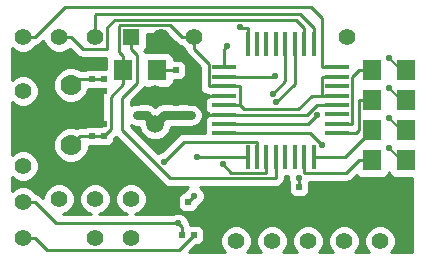
<source format=gbl>
G04 (created by PCBNEW-RS274X (2011-07-08)-stable) date Wed 23 Nov 2011 11:36:48 PM EST*
G01*
G70*
G90*
%MOIN*%
G04 Gerber Fmt 3.4, Leading zero omitted, Abs format*
%FSLAX34Y34*%
G04 APERTURE LIST*
%ADD10C,0.006000*%
%ADD11C,0.059100*%
%ADD12R,0.062900X0.070900*%
%ADD13C,0.070000*%
%ADD14R,0.070000X0.070000*%
%ADD15R,0.055000X0.055000*%
%ADD16C,0.055000*%
%ADD17R,0.019700X0.019700*%
%ADD18R,0.078700X0.017700*%
%ADD19R,0.017700X0.078700*%
%ADD20C,0.021000*%
%ADD21C,0.010000*%
%ADD22C,0.008000*%
%ADD23C,0.030000*%
G04 APERTURE END LIST*
G54D10*
G54D11*
X16300Y-28800D03*
X16300Y-29800D03*
G54D12*
X23541Y-31000D03*
X24659Y-31000D03*
X23541Y-30000D03*
X24659Y-30000D03*
X23541Y-29000D03*
X24659Y-29000D03*
X23541Y-28000D03*
X24659Y-28000D03*
X15241Y-28000D03*
X16359Y-28000D03*
G54D13*
X13500Y-28500D03*
G54D14*
X13500Y-29500D03*
G54D13*
X13500Y-30500D03*
G54D15*
X15500Y-26900D03*
G54D16*
X16500Y-26900D03*
G54D17*
X17601Y-33500D03*
X17199Y-33500D03*
X21101Y-31900D03*
X20699Y-31900D03*
X16999Y-28000D03*
X17401Y-28000D03*
X15700Y-29501D03*
X15700Y-29099D03*
X14200Y-30201D03*
X14200Y-29799D03*
X14600Y-30201D03*
X14600Y-29799D03*
X17500Y-29501D03*
X17500Y-29099D03*
X17000Y-29501D03*
X17000Y-29099D03*
X14600Y-28299D03*
X14600Y-28701D03*
X14200Y-28299D03*
X14200Y-28701D03*
G54D18*
X18604Y-27907D03*
X18604Y-28222D03*
X18604Y-28537D03*
X18604Y-28852D03*
X18604Y-29167D03*
X18604Y-29482D03*
X18604Y-29797D03*
X18604Y-30112D03*
X22370Y-30110D03*
X22370Y-27900D03*
X22370Y-28220D03*
X22370Y-28540D03*
X22370Y-28850D03*
X22370Y-29170D03*
X22370Y-29480D03*
X22370Y-29800D03*
G54D19*
X19388Y-30900D03*
X19702Y-30900D03*
X20018Y-30900D03*
X20332Y-30900D03*
X20648Y-30900D03*
X20962Y-30900D03*
X21278Y-30900D03*
X21592Y-30900D03*
X19390Y-27120D03*
X19700Y-27120D03*
X20020Y-27120D03*
X20330Y-27120D03*
X20640Y-27120D03*
X20960Y-27120D03*
X21280Y-27120D03*
X21600Y-27120D03*
G54D17*
X16999Y-32400D03*
X17401Y-32400D03*
G54D16*
X11900Y-32400D03*
X11900Y-33600D03*
X11900Y-29900D03*
X11900Y-31200D03*
X11900Y-28700D03*
X14300Y-33600D03*
X13100Y-32300D03*
X14300Y-32300D03*
X15500Y-33600D03*
X15500Y-32300D03*
X14300Y-26900D03*
X13100Y-26900D03*
X19000Y-33700D03*
X20200Y-33700D03*
X21400Y-33700D03*
X22600Y-33700D03*
X23800Y-33700D03*
X17600Y-26900D03*
X11900Y-26900D03*
X22700Y-26900D03*
G54D20*
X24100Y-28600D03*
X24101Y-29601D03*
X24101Y-30601D03*
X17082Y-33111D03*
X24101Y-27601D03*
X16612Y-31058D03*
X21100Y-31600D03*
X20300Y-28200D03*
X21859Y-30488D03*
X18570Y-31136D03*
X20231Y-28789D03*
X20330Y-29080D03*
X19136Y-26558D03*
X17600Y-32200D03*
X17709Y-30896D03*
X21704Y-29485D03*
X18700Y-27200D03*
G54D21*
X17500Y-29099D02*
X17611Y-29099D01*
X17611Y-29099D02*
X17722Y-29099D01*
X17611Y-28432D02*
X17401Y-28222D01*
X17611Y-29099D02*
X17611Y-28432D01*
X17401Y-28000D02*
X17401Y-28222D01*
X17401Y-28000D02*
X17401Y-27779D01*
X14050Y-29577D02*
X14200Y-29577D01*
X13973Y-29500D02*
X14050Y-29577D01*
X13500Y-29500D02*
X13973Y-29500D01*
X14200Y-29799D02*
X14200Y-29688D01*
X14200Y-29688D02*
X14200Y-29577D01*
X14268Y-29688D02*
X14379Y-29799D01*
X14200Y-29688D02*
X14268Y-29688D01*
X14600Y-29799D02*
X14379Y-29799D01*
X14600Y-28701D02*
X14378Y-28701D01*
X14200Y-28701D02*
X14200Y-29577D01*
X14200Y-28701D02*
X14378Y-28701D01*
X16522Y-26900D02*
X16500Y-26900D01*
X17401Y-27779D02*
X16522Y-26900D01*
X16001Y-29099D02*
X16300Y-28800D01*
X15700Y-29099D02*
X16001Y-29099D01*
X17500Y-29099D02*
X17000Y-29099D01*
X16599Y-29099D02*
X16300Y-28800D01*
X17000Y-29099D02*
X16599Y-29099D01*
X18604Y-28852D02*
X18088Y-28852D01*
X18088Y-29465D02*
X17782Y-29158D01*
X18088Y-29482D02*
X18088Y-29465D01*
X18088Y-28852D02*
X17782Y-29158D01*
X17782Y-29158D02*
X17722Y-29099D01*
X18604Y-29482D02*
X18088Y-29482D01*
X21384Y-29482D02*
X19121Y-29482D01*
X21696Y-29170D02*
X21384Y-29482D01*
X22370Y-29170D02*
X21696Y-29170D01*
X18604Y-29482D02*
X19121Y-29482D01*
X23104Y-30000D02*
X23104Y-29000D01*
X22994Y-30110D02*
X23104Y-30000D01*
X22370Y-30110D02*
X22994Y-30110D01*
X23541Y-29000D02*
X23104Y-29000D01*
G54D22*
X24500Y-29000D02*
X24659Y-29000D01*
X24100Y-28600D02*
X24500Y-29000D01*
G54D21*
X24101Y-29601D02*
X24100Y-29600D01*
G54D22*
X24500Y-30000D02*
X24659Y-30000D01*
X24101Y-29601D02*
X24500Y-30000D01*
X24100Y-29600D02*
X24101Y-29601D01*
G54D21*
X22641Y-30900D02*
X23541Y-30000D01*
X21592Y-30900D02*
X22641Y-30900D01*
G54D22*
X24500Y-31000D02*
X24101Y-30601D01*
X24659Y-31000D02*
X24500Y-31000D01*
G54D21*
X24100Y-30600D02*
X24101Y-30601D01*
G54D22*
X24100Y-30600D02*
X24101Y-30601D01*
G54D23*
X16022Y-29522D02*
X16022Y-29501D01*
X16300Y-29800D02*
X16022Y-29522D01*
X15700Y-29501D02*
X16022Y-29501D01*
X16599Y-29501D02*
X17000Y-29501D01*
X16300Y-29800D02*
X16599Y-29501D01*
X17000Y-29501D02*
X17500Y-29501D01*
G54D21*
X11900Y-32400D02*
X12298Y-32400D01*
X17199Y-33228D02*
X17082Y-33111D01*
X17199Y-33500D02*
X17199Y-33228D01*
X13009Y-33111D02*
X12298Y-32400D01*
X17082Y-33111D02*
X13009Y-33111D01*
X11900Y-33600D02*
X12298Y-33600D01*
X12298Y-33600D02*
X12696Y-33998D01*
X12696Y-33998D02*
X17103Y-33998D01*
X17103Y-33998D02*
X17601Y-33500D01*
X16999Y-28000D02*
X16359Y-28000D01*
G54D22*
X24500Y-28000D02*
X24101Y-27601D01*
X24659Y-28000D02*
X24500Y-28000D01*
G54D21*
X24100Y-27600D02*
X24101Y-27601D01*
G54D22*
X24100Y-27600D02*
X24101Y-27601D01*
G54D21*
X22687Y-31417D02*
X23104Y-31000D01*
X21278Y-31417D02*
X22687Y-31417D01*
X21278Y-30900D02*
X21278Y-31417D01*
X23541Y-31000D02*
X23104Y-31000D01*
X14300Y-26173D02*
X14300Y-26900D01*
X14345Y-26128D02*
X14300Y-26173D01*
X21124Y-26128D02*
X14345Y-26128D01*
X21600Y-26604D02*
X21124Y-26128D01*
X21600Y-27120D02*
X21600Y-26604D01*
X22887Y-28217D02*
X23104Y-28000D01*
X22887Y-29800D02*
X22887Y-28217D01*
X22370Y-29800D02*
X22887Y-29800D01*
X23541Y-28000D02*
X23104Y-28000D01*
X13288Y-25910D02*
X12298Y-26900D01*
X21489Y-25910D02*
X13288Y-25910D01*
X21854Y-26275D02*
X21489Y-25910D01*
X21854Y-27900D02*
X21854Y-26275D01*
X22370Y-27900D02*
X21854Y-27900D01*
X11900Y-26900D02*
X12298Y-26900D01*
X17286Y-30384D02*
X16612Y-31058D01*
X19702Y-30384D02*
X17286Y-30384D01*
X19702Y-30900D02*
X19702Y-30384D01*
X21101Y-31601D02*
X21101Y-31900D01*
X21100Y-31600D02*
X21101Y-31601D01*
X14600Y-28299D02*
X14200Y-28299D01*
X13701Y-28299D02*
X13500Y-28500D01*
X14200Y-28299D02*
X13701Y-28299D01*
X18604Y-28222D02*
X20278Y-28222D01*
X20278Y-28222D02*
X20300Y-28200D01*
X21483Y-30112D02*
X21859Y-30488D01*
X18604Y-30112D02*
X21483Y-30112D01*
X20018Y-30900D02*
X20018Y-31417D01*
X18851Y-31417D02*
X18570Y-31136D01*
X20018Y-31417D02*
X18851Y-31417D01*
X20640Y-28380D02*
X20231Y-28789D01*
X20640Y-27120D02*
X20640Y-28380D01*
X15500Y-26900D02*
X15500Y-27298D01*
X20332Y-31583D02*
X20332Y-30900D01*
X20304Y-31611D02*
X20332Y-31583D01*
X16804Y-31611D02*
X20304Y-31611D01*
X15197Y-30004D02*
X16804Y-31611D01*
X15197Y-28920D02*
X15197Y-30004D01*
X15692Y-28425D02*
X15197Y-28920D01*
X15692Y-27490D02*
X15692Y-28425D01*
X15500Y-27298D02*
X15692Y-27490D01*
X20960Y-28450D02*
X20330Y-29080D01*
X20960Y-27120D02*
X20960Y-28450D01*
X19182Y-26604D02*
X19136Y-26558D01*
X19390Y-26604D02*
X19182Y-26604D01*
X19390Y-27120D02*
X19390Y-26604D01*
X13896Y-27298D02*
X13498Y-26900D01*
X14692Y-27298D02*
X13896Y-27298D01*
X14719Y-27271D02*
X14692Y-27298D01*
X14719Y-26556D02*
X14719Y-27271D01*
X14955Y-26320D02*
X14719Y-26556D01*
X20996Y-26320D02*
X14955Y-26320D01*
X21280Y-26604D02*
X20996Y-26320D01*
X21280Y-27120D02*
X21280Y-26604D01*
X13100Y-26900D02*
X13498Y-26900D01*
X17401Y-32400D02*
X17401Y-32399D01*
X17401Y-32399D02*
X17600Y-32200D01*
X17713Y-30900D02*
X17709Y-30896D01*
X19388Y-30900D02*
X17713Y-30900D01*
X21392Y-29797D02*
X21704Y-29485D01*
X18604Y-29797D02*
X21392Y-29797D01*
X18604Y-27907D02*
X18604Y-27296D01*
X18604Y-27296D02*
X18700Y-27200D01*
X13799Y-30201D02*
X13500Y-30500D01*
X14200Y-30201D02*
X13799Y-30201D01*
X15241Y-28000D02*
X15241Y-28478D01*
X14200Y-30201D02*
X14422Y-30201D01*
X14822Y-29979D02*
X14600Y-30201D01*
X14822Y-28897D02*
X14822Y-29979D01*
X15241Y-28478D02*
X14822Y-28897D01*
X14600Y-30201D02*
X14422Y-30201D01*
X18088Y-27786D02*
X17600Y-27298D01*
X18088Y-28537D02*
X18088Y-27786D01*
X18604Y-28537D02*
X18088Y-28537D01*
X17600Y-27099D02*
X17600Y-27298D01*
X17600Y-27099D02*
X17600Y-26900D01*
X15101Y-27383D02*
X15241Y-27523D01*
X15101Y-26529D02*
X15101Y-27383D01*
X15129Y-26501D02*
X15101Y-26529D01*
X16803Y-26501D02*
X15129Y-26501D01*
X17202Y-26900D02*
X16803Y-26501D01*
X17600Y-26900D02*
X17202Y-26900D01*
X15241Y-28000D02*
X15241Y-27523D01*
X18604Y-28537D02*
X19121Y-28537D01*
X19121Y-29167D02*
X19121Y-28537D01*
X18604Y-29167D02*
X19121Y-29167D01*
X22370Y-28850D02*
X21854Y-28850D01*
X22370Y-28220D02*
X21854Y-28220D01*
X21854Y-28850D02*
X21854Y-28220D01*
X19262Y-29308D02*
X19121Y-29167D01*
X21081Y-29308D02*
X19262Y-29308D01*
X21539Y-28850D02*
X21081Y-29308D01*
X21854Y-28850D02*
X21539Y-28850D01*
X16024Y-26801D02*
X16679Y-26801D01*
X16024Y-26881D02*
X16759Y-26881D01*
X16024Y-26961D02*
X16839Y-26961D01*
X16024Y-27041D02*
X16919Y-27041D01*
X16024Y-27121D02*
X17004Y-27121D01*
X16024Y-27201D02*
X17159Y-27201D01*
X16001Y-27281D02*
X17239Y-27281D01*
X15959Y-27361D02*
X17313Y-27361D01*
X16820Y-27441D02*
X17342Y-27441D01*
X16890Y-27521D02*
X17399Y-27521D01*
X16922Y-27601D02*
X17479Y-27601D01*
X17214Y-27681D02*
X17559Y-27681D01*
X17308Y-27761D02*
X17639Y-27761D01*
X17341Y-27841D02*
X17719Y-27841D01*
X17346Y-27921D02*
X17788Y-27921D01*
X17346Y-28001D02*
X17788Y-28001D01*
X17346Y-28081D02*
X17788Y-28081D01*
X17341Y-28161D02*
X17788Y-28161D01*
X17306Y-28241D02*
X17788Y-28241D01*
X17209Y-28321D02*
X17788Y-28321D01*
X16922Y-28401D02*
X17788Y-28401D01*
X16890Y-28481D02*
X17788Y-28481D01*
X16818Y-28561D02*
X17793Y-28561D01*
X15900Y-28641D02*
X17809Y-28641D01*
X15820Y-28721D02*
X17858Y-28721D01*
X15740Y-28801D02*
X17954Y-28801D01*
X15660Y-28881D02*
X18057Y-28881D01*
X15580Y-28961D02*
X17990Y-28961D01*
X15500Y-29041D02*
X17962Y-29041D01*
X15497Y-29121D02*
X15598Y-29121D01*
X16124Y-29121D02*
X16496Y-29121D01*
X17602Y-29121D02*
X17962Y-29121D01*
X16279Y-29201D02*
X16341Y-29201D01*
X17757Y-29201D02*
X17962Y-29201D01*
X17825Y-29281D02*
X17962Y-29281D01*
X17872Y-29361D02*
X17986Y-29361D01*
X17888Y-29441D02*
X18045Y-29441D01*
X17897Y-29521D02*
X18047Y-29521D01*
X17881Y-29601D02*
X17986Y-29601D01*
X17852Y-29681D02*
X17962Y-29681D01*
X17799Y-29761D02*
X17962Y-29761D01*
X15497Y-29841D02*
X15503Y-29841D01*
X17698Y-29841D02*
X17962Y-29841D01*
X15538Y-29921D02*
X15762Y-29921D01*
X16839Y-29921D02*
X17962Y-29921D01*
X15618Y-30001D02*
X15795Y-30001D01*
X16806Y-30001D02*
X17962Y-30001D01*
X15698Y-30081D02*
X15828Y-30081D01*
X16773Y-30081D02*
X17962Y-30081D01*
X15778Y-30161D02*
X15892Y-30161D01*
X16708Y-30161D02*
X17090Y-30161D01*
X15858Y-30241D02*
X15972Y-30241D01*
X16628Y-30241D02*
X17005Y-30241D01*
X15938Y-30321D02*
X16137Y-30321D01*
X16464Y-30321D02*
X16925Y-30321D01*
X16018Y-30401D02*
X16845Y-30401D01*
X16098Y-30481D02*
X16765Y-30481D01*
X16178Y-30561D02*
X16685Y-30561D01*
X16258Y-30641D02*
X16605Y-30641D01*
X16338Y-30721D02*
X16501Y-30721D01*
X12587Y-27034D02*
X12587Y-27034D01*
X12508Y-27114D02*
X12621Y-27114D01*
X12347Y-27194D02*
X12654Y-27194D01*
X11525Y-27274D02*
X11532Y-27274D01*
X12269Y-27274D02*
X12732Y-27274D01*
X11525Y-27354D02*
X11624Y-27354D01*
X12176Y-27354D02*
X12824Y-27354D01*
X13376Y-27354D02*
X13527Y-27354D01*
X11525Y-27434D02*
X13607Y-27434D01*
X11525Y-27514D02*
X13690Y-27514D01*
X11525Y-27594D02*
X13880Y-27594D01*
X11525Y-27674D02*
X14678Y-27674D01*
X11525Y-27754D02*
X14678Y-27754D01*
X11525Y-27834D02*
X14678Y-27834D01*
X11525Y-27914D02*
X13349Y-27914D01*
X13650Y-27914D02*
X14678Y-27914D01*
X11525Y-27994D02*
X13159Y-27994D01*
X13841Y-27994D02*
X13957Y-27994D01*
X11525Y-28074D02*
X13079Y-28074D01*
X11525Y-28154D02*
X12999Y-28154D01*
X11525Y-28234D02*
X11653Y-28234D01*
X12147Y-28234D02*
X12961Y-28234D01*
X11525Y-28314D02*
X11543Y-28314D01*
X12256Y-28314D02*
X12928Y-28314D01*
X12336Y-28394D02*
X12901Y-28394D01*
X12374Y-28474D02*
X12901Y-28474D01*
X12407Y-28554D02*
X12901Y-28554D01*
X12425Y-28634D02*
X12908Y-28634D01*
X14376Y-28634D02*
X14424Y-28634D01*
X12425Y-28714D02*
X12941Y-28714D01*
X14060Y-28714D02*
X14590Y-28714D01*
X12425Y-28794D02*
X12974Y-28794D01*
X14027Y-28794D02*
X14542Y-28794D01*
X12397Y-28874D02*
X13027Y-28874D01*
X13973Y-28874D02*
X14526Y-28874D01*
X12364Y-28954D02*
X13107Y-28954D01*
X13893Y-28954D02*
X14522Y-28954D01*
X12309Y-29034D02*
X13224Y-29034D01*
X13777Y-29034D02*
X14522Y-29034D01*
X11525Y-29114D02*
X11572Y-29114D01*
X12229Y-29114D02*
X14522Y-29114D01*
X11525Y-29194D02*
X11721Y-29194D01*
X12079Y-29194D02*
X14522Y-29194D01*
X11525Y-29274D02*
X14522Y-29274D01*
X11525Y-29354D02*
X14522Y-29354D01*
X11525Y-29434D02*
X14522Y-29434D01*
X11525Y-29514D02*
X14522Y-29514D01*
X11525Y-29594D02*
X14522Y-29594D01*
X11525Y-29674D02*
X14522Y-29674D01*
X11525Y-29754D02*
X14522Y-29754D01*
X11525Y-29834D02*
X14522Y-29834D01*
X11525Y-29914D02*
X13349Y-29914D01*
X13650Y-29914D02*
X13734Y-29914D01*
X11525Y-29994D02*
X13159Y-29994D01*
X11525Y-30074D02*
X13079Y-30074D01*
X11525Y-30154D02*
X12999Y-30154D01*
X11525Y-30234D02*
X12961Y-30234D01*
X14991Y-30234D02*
X15002Y-30234D01*
X11525Y-30314D02*
X12928Y-30314D01*
X14947Y-30314D02*
X15082Y-30314D01*
X11525Y-30394D02*
X12901Y-30394D01*
X14929Y-30394D02*
X15162Y-30394D01*
X11525Y-30474D02*
X12901Y-30474D01*
X14875Y-30474D02*
X15242Y-30474D01*
X11525Y-30554D02*
X12901Y-30554D01*
X14099Y-30554D02*
X15322Y-30554D01*
X11525Y-30634D02*
X12908Y-30634D01*
X14093Y-30634D02*
X15402Y-30634D01*
X11525Y-30714D02*
X11701Y-30714D01*
X12099Y-30714D02*
X12941Y-30714D01*
X14060Y-30714D02*
X15482Y-30714D01*
X11525Y-30794D02*
X11563Y-30794D01*
X12236Y-30794D02*
X12974Y-30794D01*
X14027Y-30794D02*
X15562Y-30794D01*
X12316Y-30874D02*
X13027Y-30874D01*
X13973Y-30874D02*
X15642Y-30874D01*
X12366Y-30954D02*
X13107Y-30954D01*
X13893Y-30954D02*
X15722Y-30954D01*
X12399Y-31034D02*
X13224Y-31034D01*
X13777Y-31034D02*
X15802Y-31034D01*
X12425Y-31114D02*
X15882Y-31114D01*
X12425Y-31194D02*
X15962Y-31194D01*
X12425Y-31274D02*
X16042Y-31274D01*
X12405Y-31354D02*
X16122Y-31354D01*
X12372Y-31434D02*
X16202Y-31434D01*
X24092Y-31434D02*
X24109Y-31434D01*
X12329Y-31514D02*
X16282Y-31514D01*
X23014Y-31514D02*
X23035Y-31514D01*
X24047Y-31514D02*
X24153Y-31514D01*
X11525Y-31594D02*
X11552Y-31594D01*
X12249Y-31594D02*
X16362Y-31594D01*
X20629Y-31594D02*
X20746Y-31594D01*
X22934Y-31594D02*
X23156Y-31594D01*
X23926Y-31594D02*
X24274Y-31594D01*
X11525Y-31674D02*
X11672Y-31674D01*
X12128Y-31674D02*
X16442Y-31674D01*
X20614Y-31674D02*
X20748Y-31674D01*
X22832Y-31674D02*
X24875Y-31674D01*
X11525Y-31754D02*
X16522Y-31754D01*
X20572Y-31754D02*
X20754Y-31754D01*
X21448Y-31754D02*
X24875Y-31754D01*
X11525Y-31834D02*
X12853Y-31834D01*
X13347Y-31834D02*
X14053Y-31834D01*
X14547Y-31834D02*
X15253Y-31834D01*
X15747Y-31834D02*
X16609Y-31834D01*
X20500Y-31834D02*
X20754Y-31834D01*
X21448Y-31834D02*
X24875Y-31834D01*
X11525Y-31914D02*
X11701Y-31914D01*
X12099Y-31914D02*
X12743Y-31914D01*
X13456Y-31914D02*
X13943Y-31914D01*
X14656Y-31914D02*
X15143Y-31914D01*
X15856Y-31914D02*
X17385Y-31914D01*
X17814Y-31914D02*
X20754Y-31914D01*
X21448Y-31914D02*
X24875Y-31914D01*
X11525Y-31994D02*
X11563Y-31994D01*
X12236Y-31994D02*
X12663Y-31994D01*
X13536Y-31994D02*
X13863Y-31994D01*
X14736Y-31994D02*
X15063Y-31994D01*
X15936Y-31994D02*
X17305Y-31994D01*
X17894Y-31994D02*
X20754Y-31994D01*
X21448Y-31994D02*
X24875Y-31994D01*
X12316Y-32074D02*
X12625Y-32074D01*
X13574Y-32074D02*
X13825Y-32074D01*
X14774Y-32074D02*
X15025Y-32074D01*
X15974Y-32074D02*
X17203Y-32074D01*
X17930Y-32074D02*
X20766Y-32074D01*
X21438Y-32074D02*
X24875Y-32074D01*
X12459Y-32154D02*
X12591Y-32154D01*
X13607Y-32154D02*
X13791Y-32154D01*
X14807Y-32154D02*
X14991Y-32154D01*
X16007Y-32154D02*
X17099Y-32154D01*
X17954Y-32154D02*
X20807Y-32154D01*
X21395Y-32154D02*
X24875Y-32154D01*
X12556Y-32234D02*
X12575Y-32234D01*
X13625Y-32234D02*
X13775Y-32234D01*
X14825Y-32234D02*
X14975Y-32234D01*
X16025Y-32234D02*
X17061Y-32234D01*
X17954Y-32234D02*
X20922Y-32234D01*
X21280Y-32234D02*
X24875Y-32234D01*
X13625Y-32314D02*
X13775Y-32314D01*
X14825Y-32314D02*
X14975Y-32314D01*
X16025Y-32314D02*
X17054Y-32314D01*
X17937Y-32314D02*
X24875Y-32314D01*
X13625Y-32394D02*
X13775Y-32394D01*
X14825Y-32394D02*
X14975Y-32394D01*
X16025Y-32394D02*
X17054Y-32394D01*
X17903Y-32394D02*
X24875Y-32394D01*
X13597Y-32474D02*
X13805Y-32474D01*
X14797Y-32474D02*
X15005Y-32474D01*
X15997Y-32474D02*
X17054Y-32474D01*
X17827Y-32474D02*
X24875Y-32474D01*
X13564Y-32554D02*
X13838Y-32554D01*
X14764Y-32554D02*
X15038Y-32554D01*
X15964Y-32554D02*
X17057Y-32554D01*
X17746Y-32554D02*
X24875Y-32554D01*
X13509Y-32634D02*
X13892Y-32634D01*
X14709Y-32634D02*
X15092Y-32634D01*
X15909Y-32634D02*
X17090Y-32634D01*
X17713Y-32634D02*
X24875Y-32634D01*
X13429Y-32714D02*
X13972Y-32714D01*
X14629Y-32714D02*
X15172Y-32714D01*
X15829Y-32714D02*
X17174Y-32714D01*
X17628Y-32714D02*
X24875Y-32714D01*
X13279Y-32794D02*
X14121Y-32794D01*
X14479Y-32794D02*
X15321Y-32794D01*
X15679Y-32794D02*
X16922Y-32794D01*
X17242Y-32794D02*
X24875Y-32794D01*
X17345Y-32874D02*
X24875Y-32874D01*
X17399Y-32954D02*
X24875Y-32954D01*
X17433Y-33034D02*
X24875Y-33034D01*
X17476Y-33114D02*
X24875Y-33114D01*
X17843Y-33194D02*
X18850Y-33194D01*
X19150Y-33194D02*
X20050Y-33194D01*
X20350Y-33194D02*
X21250Y-33194D01*
X21550Y-33194D02*
X22450Y-33194D01*
X22750Y-33194D02*
X23650Y-33194D01*
X23950Y-33194D02*
X24875Y-33194D01*
X17915Y-33274D02*
X18683Y-33274D01*
X19316Y-33274D02*
X19883Y-33274D01*
X20516Y-33274D02*
X21083Y-33274D01*
X21716Y-33274D02*
X22283Y-33274D01*
X22916Y-33274D02*
X23483Y-33274D01*
X24116Y-33274D02*
X24875Y-33274D01*
X17948Y-33354D02*
X18603Y-33354D01*
X19396Y-33354D02*
X19803Y-33354D01*
X20596Y-33354D02*
X21003Y-33354D01*
X21796Y-33354D02*
X22203Y-33354D01*
X22996Y-33354D02*
X23403Y-33354D01*
X24196Y-33354D02*
X24875Y-33354D01*
X17948Y-33434D02*
X18541Y-33434D01*
X19457Y-33434D02*
X19741Y-33434D01*
X20657Y-33434D02*
X20941Y-33434D01*
X21857Y-33434D02*
X22141Y-33434D01*
X23057Y-33434D02*
X23341Y-33434D01*
X24257Y-33434D02*
X24875Y-33434D01*
X17948Y-33514D02*
X18508Y-33514D01*
X19491Y-33514D02*
X19708Y-33514D01*
X20691Y-33514D02*
X20908Y-33514D01*
X21891Y-33514D02*
X22108Y-33514D01*
X23091Y-33514D02*
X23308Y-33514D01*
X24291Y-33514D02*
X24875Y-33514D01*
X17948Y-33594D02*
X18475Y-33594D01*
X19524Y-33594D02*
X19675Y-33594D01*
X20724Y-33594D02*
X20875Y-33594D01*
X21924Y-33594D02*
X22075Y-33594D01*
X23124Y-33594D02*
X23275Y-33594D01*
X24324Y-33594D02*
X24875Y-33594D01*
X17938Y-33674D02*
X18475Y-33674D01*
X19525Y-33674D02*
X19675Y-33674D01*
X20725Y-33674D02*
X20875Y-33674D01*
X21925Y-33674D02*
X22075Y-33674D01*
X23125Y-33674D02*
X23275Y-33674D01*
X24325Y-33674D02*
X24875Y-33674D01*
X17895Y-33754D02*
X18475Y-33754D01*
X19525Y-33754D02*
X19675Y-33754D01*
X20725Y-33754D02*
X20875Y-33754D01*
X21925Y-33754D02*
X22075Y-33754D01*
X23125Y-33754D02*
X23275Y-33754D01*
X24325Y-33754D02*
X24875Y-33754D01*
X17780Y-33834D02*
X18488Y-33834D01*
X19513Y-33834D02*
X19688Y-33834D01*
X20713Y-33834D02*
X20888Y-33834D01*
X21913Y-33834D02*
X22088Y-33834D01*
X23113Y-33834D02*
X23288Y-33834D01*
X24313Y-33834D02*
X24875Y-33834D01*
X17611Y-33914D02*
X18521Y-33914D01*
X19480Y-33914D02*
X19721Y-33914D01*
X20680Y-33914D02*
X20921Y-33914D01*
X21880Y-33914D02*
X22121Y-33914D01*
X23080Y-33914D02*
X23321Y-33914D01*
X24280Y-33914D02*
X24875Y-33914D01*
X17531Y-33994D02*
X18554Y-33994D01*
X19447Y-33994D02*
X19754Y-33994D01*
X20647Y-33994D02*
X20954Y-33994D01*
X21847Y-33994D02*
X22154Y-33994D01*
X23047Y-33994D02*
X23354Y-33994D01*
X24247Y-33994D02*
X24875Y-33994D01*
X17451Y-34074D02*
X18632Y-34074D01*
X19369Y-34074D02*
X19832Y-34074D01*
X20569Y-34074D02*
X21032Y-34074D01*
X21769Y-34074D02*
X22232Y-34074D01*
X22969Y-34074D02*
X23432Y-34074D01*
X24169Y-34074D02*
X24875Y-34074D01*
X18108Y-29482D02*
X18070Y-29498D01*
X18000Y-29568D01*
X17962Y-29659D01*
X17962Y-29758D01*
X17962Y-29934D01*
X17970Y-29954D01*
X17962Y-29974D01*
X17962Y-30073D01*
X17962Y-30084D01*
X17286Y-30084D01*
X17171Y-30107D01*
X17074Y-30172D01*
X16542Y-30704D01*
X16412Y-30758D01*
X16393Y-30776D01*
X15497Y-29879D01*
X15497Y-29837D01*
X15547Y-29871D01*
X15700Y-29901D01*
X15756Y-29901D01*
X15756Y-29908D01*
X15839Y-30108D01*
X15992Y-30261D01*
X16192Y-30344D01*
X16408Y-30344D01*
X16608Y-30261D01*
X16761Y-30108D01*
X16844Y-29908D01*
X16844Y-29901D01*
X17000Y-29901D01*
X17500Y-29901D01*
X17653Y-29871D01*
X17783Y-29784D01*
X17870Y-29654D01*
X17900Y-29501D01*
X17870Y-29348D01*
X17783Y-29218D01*
X17653Y-29131D01*
X17500Y-29101D01*
X17000Y-29101D01*
X16599Y-29101D01*
X16598Y-29101D01*
X16568Y-29107D01*
X16446Y-29131D01*
X16316Y-29218D01*
X16313Y-29221D01*
X16309Y-29225D01*
X16305Y-29218D01*
X16175Y-29131D01*
X16022Y-29101D01*
X15700Y-29101D01*
X15547Y-29131D01*
X15497Y-29164D01*
X15497Y-29044D01*
X15904Y-28637D01*
X15941Y-28580D01*
X15995Y-28603D01*
X16094Y-28603D01*
X16722Y-28603D01*
X16814Y-28565D01*
X16884Y-28495D01*
X16922Y-28404D01*
X16922Y-28347D01*
X16950Y-28347D01*
X17146Y-28347D01*
X17238Y-28309D01*
X17308Y-28239D01*
X17346Y-28148D01*
X17346Y-28049D01*
X17346Y-27853D01*
X17308Y-27761D01*
X17238Y-27691D01*
X17147Y-27653D01*
X17048Y-27653D01*
X16922Y-27653D01*
X16922Y-27597D01*
X16884Y-27505D01*
X16814Y-27435D01*
X16723Y-27397D01*
X16624Y-27397D01*
X15996Y-27397D01*
X15975Y-27405D01*
X15969Y-27375D01*
X15952Y-27349D01*
X15986Y-27316D01*
X16024Y-27225D01*
X16024Y-27126D01*
X16024Y-26801D01*
X16679Y-26801D01*
X16990Y-27112D01*
X17087Y-27177D01*
X17152Y-27190D01*
X17155Y-27197D01*
X17302Y-27345D01*
X17310Y-27348D01*
X17323Y-27413D01*
X17388Y-27510D01*
X17788Y-27910D01*
X17788Y-28537D01*
X17811Y-28652D01*
X17876Y-28749D01*
X17973Y-28814D01*
X18066Y-28832D01*
X18070Y-28836D01*
X18108Y-28852D01*
X18070Y-28868D01*
X18000Y-28938D01*
X17962Y-29029D01*
X17962Y-29128D01*
X17962Y-29304D01*
X18000Y-29396D01*
X18070Y-29466D01*
X18108Y-29482D01*
X16024Y-26801D02*
X16679Y-26801D01*
X16024Y-26881D02*
X16759Y-26881D01*
X16024Y-26961D02*
X16839Y-26961D01*
X16024Y-27041D02*
X16919Y-27041D01*
X16024Y-27121D02*
X17004Y-27121D01*
X16024Y-27201D02*
X17159Y-27201D01*
X16001Y-27281D02*
X17239Y-27281D01*
X15959Y-27361D02*
X17313Y-27361D01*
X16820Y-27441D02*
X17342Y-27441D01*
X16890Y-27521D02*
X17399Y-27521D01*
X16922Y-27601D02*
X17479Y-27601D01*
X17214Y-27681D02*
X17559Y-27681D01*
X17308Y-27761D02*
X17639Y-27761D01*
X17341Y-27841D02*
X17719Y-27841D01*
X17346Y-27921D02*
X17788Y-27921D01*
X17346Y-28001D02*
X17788Y-28001D01*
X17346Y-28081D02*
X17788Y-28081D01*
X17341Y-28161D02*
X17788Y-28161D01*
X17306Y-28241D02*
X17788Y-28241D01*
X17209Y-28321D02*
X17788Y-28321D01*
X16922Y-28401D02*
X17788Y-28401D01*
X16890Y-28481D02*
X17788Y-28481D01*
X16818Y-28561D02*
X17793Y-28561D01*
X15900Y-28641D02*
X17809Y-28641D01*
X15820Y-28721D02*
X17858Y-28721D01*
X15740Y-28801D02*
X17954Y-28801D01*
X15660Y-28881D02*
X18057Y-28881D01*
X15580Y-28961D02*
X17990Y-28961D01*
X15500Y-29041D02*
X17962Y-29041D01*
X15497Y-29121D02*
X15598Y-29121D01*
X16124Y-29121D02*
X16496Y-29121D01*
X17602Y-29121D02*
X17962Y-29121D01*
X16279Y-29201D02*
X16341Y-29201D01*
X17757Y-29201D02*
X17962Y-29201D01*
X17825Y-29281D02*
X17962Y-29281D01*
X17872Y-29361D02*
X17986Y-29361D01*
X17888Y-29441D02*
X18045Y-29441D01*
X17897Y-29521D02*
X18047Y-29521D01*
X17881Y-29601D02*
X17986Y-29601D01*
X17852Y-29681D02*
X17962Y-29681D01*
X17799Y-29761D02*
X17962Y-29761D01*
X15497Y-29841D02*
X15503Y-29841D01*
X17698Y-29841D02*
X17962Y-29841D01*
X15538Y-29921D02*
X15762Y-29921D01*
X16839Y-29921D02*
X17962Y-29921D01*
X15618Y-30001D02*
X15795Y-30001D01*
X16806Y-30001D02*
X17962Y-30001D01*
X15698Y-30081D02*
X15828Y-30081D01*
X16773Y-30081D02*
X17962Y-30081D01*
X15778Y-30161D02*
X15892Y-30161D01*
X16708Y-30161D02*
X17090Y-30161D01*
X15858Y-30241D02*
X15972Y-30241D01*
X16628Y-30241D02*
X17005Y-30241D01*
X15938Y-30321D02*
X16137Y-30321D01*
X16464Y-30321D02*
X16925Y-30321D01*
X16018Y-30401D02*
X16845Y-30401D01*
X16098Y-30481D02*
X16765Y-30481D01*
X16178Y-30561D02*
X16685Y-30561D01*
X16258Y-30641D02*
X16605Y-30641D01*
X16338Y-30721D02*
X16501Y-30721D01*
X12587Y-27034D02*
X12587Y-27034D01*
X12508Y-27114D02*
X12621Y-27114D01*
X12347Y-27194D02*
X12654Y-27194D01*
X11525Y-27274D02*
X11532Y-27274D01*
X12269Y-27274D02*
X12732Y-27274D01*
X11525Y-27354D02*
X11624Y-27354D01*
X12176Y-27354D02*
X12824Y-27354D01*
X13376Y-27354D02*
X13527Y-27354D01*
X11525Y-27434D02*
X13607Y-27434D01*
X11525Y-27514D02*
X13690Y-27514D01*
X11525Y-27594D02*
X13880Y-27594D01*
X11525Y-27674D02*
X14678Y-27674D01*
X11525Y-27754D02*
X14678Y-27754D01*
X11525Y-27834D02*
X14678Y-27834D01*
X11525Y-27914D02*
X13349Y-27914D01*
X13650Y-27914D02*
X14678Y-27914D01*
X11525Y-27994D02*
X13159Y-27994D01*
X13841Y-27994D02*
X13957Y-27994D01*
X11525Y-28074D02*
X13079Y-28074D01*
X11525Y-28154D02*
X12999Y-28154D01*
X11525Y-28234D02*
X11653Y-28234D01*
X12147Y-28234D02*
X12961Y-28234D01*
X11525Y-28314D02*
X11543Y-28314D01*
X12256Y-28314D02*
X12928Y-28314D01*
X12336Y-28394D02*
X12901Y-28394D01*
X12374Y-28474D02*
X12901Y-28474D01*
X12407Y-28554D02*
X12901Y-28554D01*
X12425Y-28634D02*
X12908Y-28634D01*
X14376Y-28634D02*
X14424Y-28634D01*
X12425Y-28714D02*
X12941Y-28714D01*
X14060Y-28714D02*
X14590Y-28714D01*
X12425Y-28794D02*
X12974Y-28794D01*
X14027Y-28794D02*
X14542Y-28794D01*
X12397Y-28874D02*
X13027Y-28874D01*
X13973Y-28874D02*
X14526Y-28874D01*
X12364Y-28954D02*
X13107Y-28954D01*
X13893Y-28954D02*
X14522Y-28954D01*
X12309Y-29034D02*
X13224Y-29034D01*
X13777Y-29034D02*
X14522Y-29034D01*
X11525Y-29114D02*
X11572Y-29114D01*
X12229Y-29114D02*
X14522Y-29114D01*
X11525Y-29194D02*
X11721Y-29194D01*
X12079Y-29194D02*
X14522Y-29194D01*
X11525Y-29274D02*
X14522Y-29274D01*
X11525Y-29354D02*
X14522Y-29354D01*
X11525Y-29434D02*
X14522Y-29434D01*
X11525Y-29514D02*
X14522Y-29514D01*
X11525Y-29594D02*
X14522Y-29594D01*
X11525Y-29674D02*
X14522Y-29674D01*
X11525Y-29754D02*
X14522Y-29754D01*
X11525Y-29834D02*
X14522Y-29834D01*
X11525Y-29914D02*
X13349Y-29914D01*
X13650Y-29914D02*
X13734Y-29914D01*
X11525Y-29994D02*
X13159Y-29994D01*
X11525Y-30074D02*
X13079Y-30074D01*
X11525Y-30154D02*
X12999Y-30154D01*
X11525Y-30234D02*
X12961Y-30234D01*
X14991Y-30234D02*
X15002Y-30234D01*
X11525Y-30314D02*
X12928Y-30314D01*
X14947Y-30314D02*
X15082Y-30314D01*
X11525Y-30394D02*
X12901Y-30394D01*
X14929Y-30394D02*
X15162Y-30394D01*
X11525Y-30474D02*
X12901Y-30474D01*
X14875Y-30474D02*
X15242Y-30474D01*
X11525Y-30554D02*
X12901Y-30554D01*
X14099Y-30554D02*
X15322Y-30554D01*
X11525Y-30634D02*
X12908Y-30634D01*
X14093Y-30634D02*
X15402Y-30634D01*
X11525Y-30714D02*
X11701Y-30714D01*
X12099Y-30714D02*
X12941Y-30714D01*
X14060Y-30714D02*
X15482Y-30714D01*
X11525Y-30794D02*
X11563Y-30794D01*
X12236Y-30794D02*
X12974Y-30794D01*
X14027Y-30794D02*
X15562Y-30794D01*
X12316Y-30874D02*
X13027Y-30874D01*
X13973Y-30874D02*
X15642Y-30874D01*
X12366Y-30954D02*
X13107Y-30954D01*
X13893Y-30954D02*
X15722Y-30954D01*
X12399Y-31034D02*
X13224Y-31034D01*
X13777Y-31034D02*
X15802Y-31034D01*
X12425Y-31114D02*
X15882Y-31114D01*
X12425Y-31194D02*
X15962Y-31194D01*
X12425Y-31274D02*
X16042Y-31274D01*
X12405Y-31354D02*
X16122Y-31354D01*
X12372Y-31434D02*
X16202Y-31434D01*
X24092Y-31434D02*
X24109Y-31434D01*
X12329Y-31514D02*
X16282Y-31514D01*
X23014Y-31514D02*
X23035Y-31514D01*
X24047Y-31514D02*
X24153Y-31514D01*
X11525Y-31594D02*
X11552Y-31594D01*
X12249Y-31594D02*
X16362Y-31594D01*
X20629Y-31594D02*
X20746Y-31594D01*
X22934Y-31594D02*
X23156Y-31594D01*
X23926Y-31594D02*
X24274Y-31594D01*
X11525Y-31674D02*
X11672Y-31674D01*
X12128Y-31674D02*
X16442Y-31674D01*
X20614Y-31674D02*
X20748Y-31674D01*
X22832Y-31674D02*
X24875Y-31674D01*
X11525Y-31754D02*
X16522Y-31754D01*
X20572Y-31754D02*
X20754Y-31754D01*
X21448Y-31754D02*
X24875Y-31754D01*
X11525Y-31834D02*
X12853Y-31834D01*
X13347Y-31834D02*
X14053Y-31834D01*
X14547Y-31834D02*
X15253Y-31834D01*
X15747Y-31834D02*
X16609Y-31834D01*
X20500Y-31834D02*
X20754Y-31834D01*
X21448Y-31834D02*
X24875Y-31834D01*
X11525Y-31914D02*
X11701Y-31914D01*
X12099Y-31914D02*
X12743Y-31914D01*
X13456Y-31914D02*
X13943Y-31914D01*
X14656Y-31914D02*
X15143Y-31914D01*
X15856Y-31914D02*
X17385Y-31914D01*
X17814Y-31914D02*
X20754Y-31914D01*
X21448Y-31914D02*
X24875Y-31914D01*
X11525Y-31994D02*
X11563Y-31994D01*
X12236Y-31994D02*
X12663Y-31994D01*
X13536Y-31994D02*
X13863Y-31994D01*
X14736Y-31994D02*
X15063Y-31994D01*
X15936Y-31994D02*
X17305Y-31994D01*
X17894Y-31994D02*
X20754Y-31994D01*
X21448Y-31994D02*
X24875Y-31994D01*
X12316Y-32074D02*
X12625Y-32074D01*
X13574Y-32074D02*
X13825Y-32074D01*
X14774Y-32074D02*
X15025Y-32074D01*
X15974Y-32074D02*
X17203Y-32074D01*
X17930Y-32074D02*
X20766Y-32074D01*
X21438Y-32074D02*
X24875Y-32074D01*
X12459Y-32154D02*
X12591Y-32154D01*
X13607Y-32154D02*
X13791Y-32154D01*
X14807Y-32154D02*
X14991Y-32154D01*
X16007Y-32154D02*
X17099Y-32154D01*
X17954Y-32154D02*
X20807Y-32154D01*
X21395Y-32154D02*
X24875Y-32154D01*
X12556Y-32234D02*
X12575Y-32234D01*
X13625Y-32234D02*
X13775Y-32234D01*
X14825Y-32234D02*
X14975Y-32234D01*
X16025Y-32234D02*
X17061Y-32234D01*
X17954Y-32234D02*
X20922Y-32234D01*
X21280Y-32234D02*
X24875Y-32234D01*
X13625Y-32314D02*
X13775Y-32314D01*
X14825Y-32314D02*
X14975Y-32314D01*
X16025Y-32314D02*
X17054Y-32314D01*
X17937Y-32314D02*
X24875Y-32314D01*
X13625Y-32394D02*
X13775Y-32394D01*
X14825Y-32394D02*
X14975Y-32394D01*
X16025Y-32394D02*
X17054Y-32394D01*
X17903Y-32394D02*
X24875Y-32394D01*
X13597Y-32474D02*
X13805Y-32474D01*
X14797Y-32474D02*
X15005Y-32474D01*
X15997Y-32474D02*
X17054Y-32474D01*
X17827Y-32474D02*
X24875Y-32474D01*
X13564Y-32554D02*
X13838Y-32554D01*
X14764Y-32554D02*
X15038Y-32554D01*
X15964Y-32554D02*
X17057Y-32554D01*
X17746Y-32554D02*
X24875Y-32554D01*
X13509Y-32634D02*
X13892Y-32634D01*
X14709Y-32634D02*
X15092Y-32634D01*
X15909Y-32634D02*
X17090Y-32634D01*
X17713Y-32634D02*
X24875Y-32634D01*
X13429Y-32714D02*
X13972Y-32714D01*
X14629Y-32714D02*
X15172Y-32714D01*
X15829Y-32714D02*
X17174Y-32714D01*
X17628Y-32714D02*
X24875Y-32714D01*
X13279Y-32794D02*
X14121Y-32794D01*
X14479Y-32794D02*
X15321Y-32794D01*
X15679Y-32794D02*
X16922Y-32794D01*
X17242Y-32794D02*
X24875Y-32794D01*
X17345Y-32874D02*
X24875Y-32874D01*
X17399Y-32954D02*
X24875Y-32954D01*
X17433Y-33034D02*
X24875Y-33034D01*
X17476Y-33114D02*
X24875Y-33114D01*
X17843Y-33194D02*
X18850Y-33194D01*
X19150Y-33194D02*
X20050Y-33194D01*
X20350Y-33194D02*
X21250Y-33194D01*
X21550Y-33194D02*
X22450Y-33194D01*
X22750Y-33194D02*
X23650Y-33194D01*
X23950Y-33194D02*
X24875Y-33194D01*
X17915Y-33274D02*
X18683Y-33274D01*
X19316Y-33274D02*
X19883Y-33274D01*
X20516Y-33274D02*
X21083Y-33274D01*
X21716Y-33274D02*
X22283Y-33274D01*
X22916Y-33274D02*
X23483Y-33274D01*
X24116Y-33274D02*
X24875Y-33274D01*
X17948Y-33354D02*
X18603Y-33354D01*
X19396Y-33354D02*
X19803Y-33354D01*
X20596Y-33354D02*
X21003Y-33354D01*
X21796Y-33354D02*
X22203Y-33354D01*
X22996Y-33354D02*
X23403Y-33354D01*
X24196Y-33354D02*
X24875Y-33354D01*
X17948Y-33434D02*
X18541Y-33434D01*
X19457Y-33434D02*
X19741Y-33434D01*
X20657Y-33434D02*
X20941Y-33434D01*
X21857Y-33434D02*
X22141Y-33434D01*
X23057Y-33434D02*
X23341Y-33434D01*
X24257Y-33434D02*
X24875Y-33434D01*
X17948Y-33514D02*
X18508Y-33514D01*
X19491Y-33514D02*
X19708Y-33514D01*
X20691Y-33514D02*
X20908Y-33514D01*
X21891Y-33514D02*
X22108Y-33514D01*
X23091Y-33514D02*
X23308Y-33514D01*
X24291Y-33514D02*
X24875Y-33514D01*
X17948Y-33594D02*
X18475Y-33594D01*
X19524Y-33594D02*
X19675Y-33594D01*
X20724Y-33594D02*
X20875Y-33594D01*
X21924Y-33594D02*
X22075Y-33594D01*
X23124Y-33594D02*
X23275Y-33594D01*
X24324Y-33594D02*
X24875Y-33594D01*
X17938Y-33674D02*
X18475Y-33674D01*
X19525Y-33674D02*
X19675Y-33674D01*
X20725Y-33674D02*
X20875Y-33674D01*
X21925Y-33674D02*
X22075Y-33674D01*
X23125Y-33674D02*
X23275Y-33674D01*
X24325Y-33674D02*
X24875Y-33674D01*
X17895Y-33754D02*
X18475Y-33754D01*
X19525Y-33754D02*
X19675Y-33754D01*
X20725Y-33754D02*
X20875Y-33754D01*
X21925Y-33754D02*
X22075Y-33754D01*
X23125Y-33754D02*
X23275Y-33754D01*
X24325Y-33754D02*
X24875Y-33754D01*
X17780Y-33834D02*
X18488Y-33834D01*
X19513Y-33834D02*
X19688Y-33834D01*
X20713Y-33834D02*
X20888Y-33834D01*
X21913Y-33834D02*
X22088Y-33834D01*
X23113Y-33834D02*
X23288Y-33834D01*
X24313Y-33834D02*
X24875Y-33834D01*
X17611Y-33914D02*
X18521Y-33914D01*
X19480Y-33914D02*
X19721Y-33914D01*
X20680Y-33914D02*
X20921Y-33914D01*
X21880Y-33914D02*
X22121Y-33914D01*
X23080Y-33914D02*
X23321Y-33914D01*
X24280Y-33914D02*
X24875Y-33914D01*
X17531Y-33994D02*
X18554Y-33994D01*
X19447Y-33994D02*
X19754Y-33994D01*
X20647Y-33994D02*
X20954Y-33994D01*
X21847Y-33994D02*
X22154Y-33994D01*
X23047Y-33994D02*
X23354Y-33994D01*
X24247Y-33994D02*
X24875Y-33994D01*
X17451Y-34074D02*
X18632Y-34074D01*
X19369Y-34074D02*
X19832Y-34074D01*
X20569Y-34074D02*
X21032Y-34074D01*
X21769Y-34074D02*
X22232Y-34074D01*
X22969Y-34074D02*
X23432Y-34074D01*
X24169Y-34074D02*
X24875Y-34074D01*
X24875Y-34075D02*
X24167Y-34075D01*
X24245Y-33998D01*
X24325Y-33805D01*
X24325Y-33596D01*
X24245Y-33403D01*
X24098Y-33255D01*
X23905Y-33175D01*
X23696Y-33175D01*
X23503Y-33255D01*
X23355Y-33402D01*
X23275Y-33595D01*
X23275Y-33804D01*
X23355Y-33997D01*
X23432Y-34075D01*
X22967Y-34075D01*
X23045Y-33998D01*
X23125Y-33805D01*
X23125Y-33596D01*
X23045Y-33403D01*
X22898Y-33255D01*
X22705Y-33175D01*
X22496Y-33175D01*
X22303Y-33255D01*
X22155Y-33402D01*
X22075Y-33595D01*
X22075Y-33804D01*
X22155Y-33997D01*
X22232Y-34075D01*
X21767Y-34075D01*
X21845Y-33998D01*
X21925Y-33805D01*
X21925Y-33596D01*
X21845Y-33403D01*
X21698Y-33255D01*
X21505Y-33175D01*
X21296Y-33175D01*
X21103Y-33255D01*
X20955Y-33402D01*
X20875Y-33595D01*
X20875Y-33804D01*
X20955Y-33997D01*
X21032Y-34075D01*
X20567Y-34075D01*
X20645Y-33998D01*
X20725Y-33805D01*
X20725Y-33596D01*
X20645Y-33403D01*
X20498Y-33255D01*
X20305Y-33175D01*
X20096Y-33175D01*
X19903Y-33255D01*
X19755Y-33402D01*
X19675Y-33595D01*
X19675Y-33804D01*
X19755Y-33997D01*
X19832Y-34075D01*
X19367Y-34075D01*
X19445Y-33998D01*
X19525Y-33805D01*
X19525Y-33596D01*
X19445Y-33403D01*
X19298Y-33255D01*
X19105Y-33175D01*
X18896Y-33175D01*
X18703Y-33255D01*
X18555Y-33402D01*
X18475Y-33595D01*
X18475Y-33804D01*
X18555Y-33997D01*
X18632Y-34075D01*
X17450Y-34075D01*
X17678Y-33847D01*
X17748Y-33847D01*
X17840Y-33809D01*
X17910Y-33739D01*
X17948Y-33648D01*
X17948Y-33549D01*
X17948Y-33353D01*
X17910Y-33261D01*
X17840Y-33191D01*
X17749Y-33153D01*
X17650Y-33153D01*
X17484Y-33153D01*
X17476Y-33113D01*
X17436Y-33053D01*
X17436Y-33041D01*
X17382Y-32911D01*
X17283Y-32811D01*
X17153Y-32757D01*
X17012Y-32757D01*
X16882Y-32811D01*
X15637Y-32811D01*
X15797Y-32745D01*
X15945Y-32598D01*
X16025Y-32405D01*
X16025Y-32196D01*
X15945Y-32003D01*
X15798Y-31855D01*
X15605Y-31775D01*
X15396Y-31775D01*
X15203Y-31855D01*
X15055Y-32002D01*
X14975Y-32195D01*
X14975Y-32404D01*
X15055Y-32597D01*
X15202Y-32745D01*
X15361Y-32811D01*
X14437Y-32811D01*
X14597Y-32745D01*
X14745Y-32598D01*
X14825Y-32405D01*
X14825Y-32196D01*
X14745Y-32003D01*
X14598Y-31855D01*
X14405Y-31775D01*
X14196Y-31775D01*
X14003Y-31855D01*
X13855Y-32002D01*
X13775Y-32195D01*
X13775Y-32404D01*
X13855Y-32597D01*
X14002Y-32745D01*
X14161Y-32811D01*
X13237Y-32811D01*
X13397Y-32745D01*
X13545Y-32598D01*
X13625Y-32405D01*
X13625Y-32196D01*
X13545Y-32003D01*
X13398Y-31855D01*
X13205Y-31775D01*
X12996Y-31775D01*
X12803Y-31855D01*
X12655Y-32002D01*
X12575Y-32195D01*
X12575Y-32253D01*
X12510Y-32188D01*
X12413Y-32123D01*
X12347Y-32109D01*
X12345Y-32103D01*
X12198Y-31955D01*
X12005Y-31875D01*
X11796Y-31875D01*
X11603Y-31955D01*
X11525Y-32032D01*
X11525Y-31567D01*
X11602Y-31645D01*
X11795Y-31725D01*
X12004Y-31725D01*
X12197Y-31645D01*
X12345Y-31498D01*
X12425Y-31305D01*
X12425Y-31096D01*
X12345Y-30903D01*
X12198Y-30755D01*
X12005Y-30675D01*
X11796Y-30675D01*
X11603Y-30755D01*
X11525Y-30832D01*
X11525Y-29067D01*
X11602Y-29145D01*
X11795Y-29225D01*
X12004Y-29225D01*
X12197Y-29145D01*
X12345Y-28998D01*
X12425Y-28805D01*
X12425Y-28596D01*
X12345Y-28403D01*
X12198Y-28255D01*
X12005Y-28175D01*
X11796Y-28175D01*
X11603Y-28255D01*
X11525Y-28332D01*
X11525Y-27267D01*
X11602Y-27345D01*
X11795Y-27425D01*
X12004Y-27425D01*
X12197Y-27345D01*
X12345Y-27198D01*
X12348Y-27189D01*
X12413Y-27177D01*
X12510Y-27112D01*
X12587Y-27034D01*
X12655Y-27197D01*
X12802Y-27345D01*
X12995Y-27425D01*
X13204Y-27425D01*
X13397Y-27345D01*
X13457Y-27284D01*
X13683Y-27510D01*
X13684Y-27510D01*
X13781Y-27575D01*
X13895Y-27597D01*
X13896Y-27598D01*
X14678Y-27598D01*
X14678Y-27695D01*
X14678Y-27952D01*
X14649Y-27952D01*
X14453Y-27952D01*
X14400Y-27973D01*
X14348Y-27952D01*
X14249Y-27952D01*
X14053Y-27952D01*
X13961Y-27990D01*
X13952Y-27999D01*
X13846Y-27999D01*
X13839Y-27992D01*
X13619Y-27901D01*
X13381Y-27901D01*
X13161Y-27992D01*
X12992Y-28161D01*
X12901Y-28381D01*
X12901Y-28619D01*
X12992Y-28839D01*
X13161Y-29008D01*
X13381Y-29099D01*
X13619Y-29099D01*
X13839Y-29008D01*
X14008Y-28839D01*
X14087Y-28646D01*
X14151Y-28646D01*
X14347Y-28646D01*
X14399Y-28624D01*
X14452Y-28646D01*
X14551Y-28646D01*
X14648Y-28646D01*
X14610Y-28685D01*
X14545Y-28782D01*
X14522Y-28897D01*
X14522Y-29854D01*
X14453Y-29854D01*
X14400Y-29875D01*
X14348Y-29854D01*
X14249Y-29854D01*
X14053Y-29854D01*
X13961Y-29892D01*
X13952Y-29901D01*
X13799Y-29901D01*
X13684Y-29924D01*
X13680Y-29926D01*
X13619Y-29901D01*
X13381Y-29901D01*
X13161Y-29992D01*
X12992Y-30161D01*
X12901Y-30381D01*
X12901Y-30619D01*
X12992Y-30839D01*
X13161Y-31008D01*
X13381Y-31099D01*
X13619Y-31099D01*
X13839Y-31008D01*
X14008Y-30839D01*
X14099Y-30619D01*
X14099Y-30548D01*
X14151Y-30548D01*
X14347Y-30548D01*
X14399Y-30526D01*
X14452Y-30548D01*
X14551Y-30548D01*
X14747Y-30548D01*
X14839Y-30510D01*
X14909Y-30440D01*
X14947Y-30349D01*
X14947Y-30278D01*
X14996Y-30228D01*
X16591Y-31823D01*
X16592Y-31823D01*
X16689Y-31888D01*
X16804Y-31911D01*
X17388Y-31911D01*
X17300Y-31999D01*
X17277Y-32053D01*
X17254Y-32053D01*
X17162Y-32091D01*
X17092Y-32161D01*
X17054Y-32252D01*
X17054Y-32351D01*
X17054Y-32547D01*
X17092Y-32639D01*
X17162Y-32709D01*
X17253Y-32747D01*
X17352Y-32747D01*
X17548Y-32747D01*
X17640Y-32709D01*
X17710Y-32639D01*
X17748Y-32548D01*
X17748Y-32521D01*
X17800Y-32500D01*
X17900Y-32401D01*
X17954Y-32271D01*
X17954Y-32130D01*
X17900Y-32000D01*
X17811Y-31911D01*
X20304Y-31911D01*
X20419Y-31888D01*
X20516Y-31823D01*
X20544Y-31796D01*
X20544Y-31795D01*
X20609Y-31698D01*
X20631Y-31583D01*
X20632Y-31583D01*
X20632Y-31542D01*
X20746Y-31542D01*
X20746Y-31670D01*
X20767Y-31720D01*
X20754Y-31752D01*
X20754Y-31851D01*
X20754Y-32047D01*
X20792Y-32139D01*
X20862Y-32209D01*
X20953Y-32247D01*
X21052Y-32247D01*
X21248Y-32247D01*
X21340Y-32209D01*
X21410Y-32139D01*
X21448Y-32048D01*
X21448Y-31949D01*
X21448Y-31753D01*
X21434Y-31719D01*
X21434Y-31717D01*
X22687Y-31717D01*
X22802Y-31694D01*
X22899Y-31629D01*
X23024Y-31503D01*
X23086Y-31565D01*
X23177Y-31603D01*
X23276Y-31603D01*
X23904Y-31603D01*
X23996Y-31565D01*
X24066Y-31495D01*
X24100Y-31413D01*
X24134Y-31495D01*
X24204Y-31565D01*
X24295Y-31603D01*
X24394Y-31603D01*
X24875Y-31603D01*
X24875Y-34075D01*
M02*

</source>
